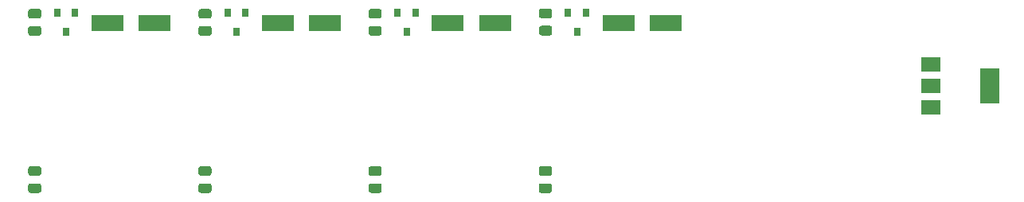
<source format=gbr>
%TF.GenerationSoftware,KiCad,Pcbnew,5.1.9-73d0e3b20d~88~ubuntu20.04.1*%
%TF.CreationDate,2021-10-10T01:19:02+05:30*%
%TF.ProjectId,ESP-Switch,4553502d-5377-4697-9463-682e6b696361,rev?*%
%TF.SameCoordinates,Original*%
%TF.FileFunction,Paste,Bot*%
%TF.FilePolarity,Positive*%
%FSLAX46Y46*%
G04 Gerber Fmt 4.6, Leading zero omitted, Abs format (unit mm)*
G04 Created by KiCad (PCBNEW 5.1.9-73d0e3b20d~88~ubuntu20.04.1) date 2021-10-10 01:19:02*
%MOMM*%
%LPD*%
G01*
G04 APERTURE LIST*
%ADD10R,2.000000X3.800000*%
%ADD11R,2.000000X1.500000*%
%ADD12R,3.500000X1.800000*%
%ADD13R,0.800000X0.900000*%
G04 APERTURE END LIST*
D10*
%TO.C,U1*%
X146630000Y-60080000D03*
D11*
X140330000Y-60080000D03*
X140330000Y-57780000D03*
X140330000Y-62380000D03*
%TD*%
D12*
%TO.C,D1*%
X57800000Y-53410000D03*
X52800000Y-53410000D03*
%TD*%
%TO.C,D2*%
X70900000Y-53410000D03*
X75900000Y-53410000D03*
%TD*%
%TO.C,D3*%
X88980000Y-53400000D03*
X93980000Y-53400000D03*
%TD*%
%TO.C,D4*%
X112110000Y-53380000D03*
X107110000Y-53380000D03*
%TD*%
D13*
%TO.C,Q1*%
X47450000Y-52360000D03*
X49350000Y-52360000D03*
X48400000Y-54360000D03*
%TD*%
%TO.C,Q2*%
X66505000Y-54360000D03*
X67455000Y-52360000D03*
X65555000Y-52360000D03*
%TD*%
%TO.C,Q3*%
X83640000Y-52350000D03*
X85540000Y-52350000D03*
X84590000Y-54350000D03*
%TD*%
%TO.C,Q4*%
X102710000Y-54330000D03*
X103660000Y-52330000D03*
X101760000Y-52330000D03*
%TD*%
%TO.C,ROP1*%
G36*
G01*
X44599999Y-70480000D02*
X45500001Y-70480000D01*
G75*
G02*
X45750000Y-70729999I0J-249999D01*
G01*
X45750000Y-71255001D01*
G75*
G02*
X45500001Y-71505000I-249999J0D01*
G01*
X44599999Y-71505000D01*
G75*
G02*
X44350000Y-71255001I0J249999D01*
G01*
X44350000Y-70729999D01*
G75*
G02*
X44599999Y-70480000I249999J0D01*
G01*
G37*
G36*
G01*
X44599999Y-68655000D02*
X45500001Y-68655000D01*
G75*
G02*
X45750000Y-68904999I0J-249999D01*
G01*
X45750000Y-69430001D01*
G75*
G02*
X45500001Y-69680000I-249999J0D01*
G01*
X44599999Y-69680000D01*
G75*
G02*
X44350000Y-69430001I0J249999D01*
G01*
X44350000Y-68904999D01*
G75*
G02*
X44599999Y-68655000I249999J0D01*
G01*
G37*
%TD*%
%TO.C,ROP2*%
G36*
G01*
X62699999Y-70480000D02*
X63600001Y-70480000D01*
G75*
G02*
X63850000Y-70729999I0J-249999D01*
G01*
X63850000Y-71255001D01*
G75*
G02*
X63600001Y-71505000I-249999J0D01*
G01*
X62699999Y-71505000D01*
G75*
G02*
X62450000Y-71255001I0J249999D01*
G01*
X62450000Y-70729999D01*
G75*
G02*
X62699999Y-70480000I249999J0D01*
G01*
G37*
G36*
G01*
X62699999Y-68655000D02*
X63600001Y-68655000D01*
G75*
G02*
X63850000Y-68904999I0J-249999D01*
G01*
X63850000Y-69430001D01*
G75*
G02*
X63600001Y-69680000I-249999J0D01*
G01*
X62699999Y-69680000D01*
G75*
G02*
X62450000Y-69430001I0J249999D01*
G01*
X62450000Y-68904999D01*
G75*
G02*
X62699999Y-68655000I249999J0D01*
G01*
G37*
%TD*%
%TO.C,ROP3*%
G36*
G01*
X80799999Y-70480000D02*
X81700001Y-70480000D01*
G75*
G02*
X81950000Y-70729999I0J-249999D01*
G01*
X81950000Y-71255001D01*
G75*
G02*
X81700001Y-71505000I-249999J0D01*
G01*
X80799999Y-71505000D01*
G75*
G02*
X80550000Y-71255001I0J249999D01*
G01*
X80550000Y-70729999D01*
G75*
G02*
X80799999Y-70480000I249999J0D01*
G01*
G37*
G36*
G01*
X80799999Y-68655000D02*
X81700001Y-68655000D01*
G75*
G02*
X81950000Y-68904999I0J-249999D01*
G01*
X81950000Y-69430001D01*
G75*
G02*
X81700001Y-69680000I-249999J0D01*
G01*
X80799999Y-69680000D01*
G75*
G02*
X80550000Y-69430001I0J249999D01*
G01*
X80550000Y-68904999D01*
G75*
G02*
X80799999Y-68655000I249999J0D01*
G01*
G37*
%TD*%
%TO.C,ROP4*%
G36*
G01*
X98899999Y-70480000D02*
X99800001Y-70480000D01*
G75*
G02*
X100050000Y-70729999I0J-249999D01*
G01*
X100050000Y-71255001D01*
G75*
G02*
X99800001Y-71505000I-249999J0D01*
G01*
X98899999Y-71505000D01*
G75*
G02*
X98650000Y-71255001I0J249999D01*
G01*
X98650000Y-70729999D01*
G75*
G02*
X98899999Y-70480000I249999J0D01*
G01*
G37*
G36*
G01*
X98899999Y-68655000D02*
X99800001Y-68655000D01*
G75*
G02*
X100050000Y-68904999I0J-249999D01*
G01*
X100050000Y-69430001D01*
G75*
G02*
X99800001Y-69680000I-249999J0D01*
G01*
X98899999Y-69680000D01*
G75*
G02*
X98650000Y-69430001I0J249999D01*
G01*
X98650000Y-68904999D01*
G75*
G02*
X98899999Y-68655000I249999J0D01*
G01*
G37*
%TD*%
%TO.C,RQ1*%
G36*
G01*
X44599999Y-51915000D02*
X45500001Y-51915000D01*
G75*
G02*
X45750000Y-52164999I0J-249999D01*
G01*
X45750000Y-52690001D01*
G75*
G02*
X45500001Y-52940000I-249999J0D01*
G01*
X44599999Y-52940000D01*
G75*
G02*
X44350000Y-52690001I0J249999D01*
G01*
X44350000Y-52164999D01*
G75*
G02*
X44599999Y-51915000I249999J0D01*
G01*
G37*
G36*
G01*
X44599999Y-53740000D02*
X45500001Y-53740000D01*
G75*
G02*
X45750000Y-53989999I0J-249999D01*
G01*
X45750000Y-54515001D01*
G75*
G02*
X45500001Y-54765000I-249999J0D01*
G01*
X44599999Y-54765000D01*
G75*
G02*
X44350000Y-54515001I0J249999D01*
G01*
X44350000Y-53989999D01*
G75*
G02*
X44599999Y-53740000I249999J0D01*
G01*
G37*
%TD*%
%TO.C,RQ2*%
G36*
G01*
X62709999Y-51915000D02*
X63610001Y-51915000D01*
G75*
G02*
X63860000Y-52164999I0J-249999D01*
G01*
X63860000Y-52690001D01*
G75*
G02*
X63610001Y-52940000I-249999J0D01*
G01*
X62709999Y-52940000D01*
G75*
G02*
X62460000Y-52690001I0J249999D01*
G01*
X62460000Y-52164999D01*
G75*
G02*
X62709999Y-51915000I249999J0D01*
G01*
G37*
G36*
G01*
X62709999Y-53740000D02*
X63610001Y-53740000D01*
G75*
G02*
X63860000Y-53989999I0J-249999D01*
G01*
X63860000Y-54515001D01*
G75*
G02*
X63610001Y-54765000I-249999J0D01*
G01*
X62709999Y-54765000D01*
G75*
G02*
X62460000Y-54515001I0J249999D01*
G01*
X62460000Y-53989999D01*
G75*
G02*
X62709999Y-53740000I249999J0D01*
G01*
G37*
%TD*%
%TO.C,RQ3*%
G36*
G01*
X80799999Y-51905000D02*
X81700001Y-51905000D01*
G75*
G02*
X81950000Y-52154999I0J-249999D01*
G01*
X81950000Y-52680001D01*
G75*
G02*
X81700001Y-52930000I-249999J0D01*
G01*
X80799999Y-52930000D01*
G75*
G02*
X80550000Y-52680001I0J249999D01*
G01*
X80550000Y-52154999D01*
G75*
G02*
X80799999Y-51905000I249999J0D01*
G01*
G37*
G36*
G01*
X80799999Y-53730000D02*
X81700001Y-53730000D01*
G75*
G02*
X81950000Y-53979999I0J-249999D01*
G01*
X81950000Y-54505001D01*
G75*
G02*
X81700001Y-54755000I-249999J0D01*
G01*
X80799999Y-54755000D01*
G75*
G02*
X80550000Y-54505001I0J249999D01*
G01*
X80550000Y-53979999D01*
G75*
G02*
X80799999Y-53730000I249999J0D01*
G01*
G37*
%TD*%
%TO.C,RQ4*%
G36*
G01*
X98909999Y-51885000D02*
X99810001Y-51885000D01*
G75*
G02*
X100060000Y-52134999I0J-249999D01*
G01*
X100060000Y-52660001D01*
G75*
G02*
X99810001Y-52910000I-249999J0D01*
G01*
X98909999Y-52910000D01*
G75*
G02*
X98660000Y-52660001I0J249999D01*
G01*
X98660000Y-52134999D01*
G75*
G02*
X98909999Y-51885000I249999J0D01*
G01*
G37*
G36*
G01*
X98909999Y-53710000D02*
X99810001Y-53710000D01*
G75*
G02*
X100060000Y-53959999I0J-249999D01*
G01*
X100060000Y-54485001D01*
G75*
G02*
X99810001Y-54735000I-249999J0D01*
G01*
X98909999Y-54735000D01*
G75*
G02*
X98660000Y-54485001I0J249999D01*
G01*
X98660000Y-53959999D01*
G75*
G02*
X98909999Y-53710000I249999J0D01*
G01*
G37*
%TD*%
M02*

</source>
